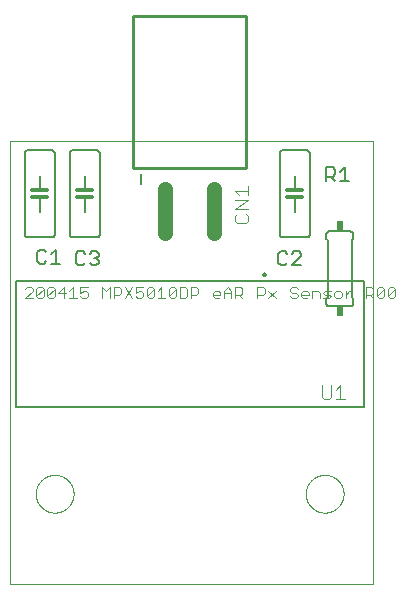
<source format=gto>
G75*
%MOIN*%
%OFA0B0*%
%FSLAX25Y25*%
%IPPOS*%
%LPD*%
%AMOC8*
5,1,8,0,0,1.08239X$1,22.5*
%
%ADD10C,0.00000*%
%ADD11C,0.00300*%
%ADD12C,0.01200*%
%ADD13C,0.00600*%
%ADD14C,0.00500*%
%ADD15C,0.05000*%
%ADD16C,0.01000*%
%ADD17C,0.00400*%
%ADD18C,0.00787*%
%ADD19R,0.02400X0.03400*%
D10*
X0003531Y0001800D02*
X0003531Y0149261D01*
X0124732Y0149261D01*
X0124732Y0001800D01*
X0003531Y0001800D01*
X0012232Y0031800D02*
X0012234Y0031958D01*
X0012240Y0032116D01*
X0012250Y0032274D01*
X0012264Y0032432D01*
X0012282Y0032589D01*
X0012303Y0032746D01*
X0012329Y0032902D01*
X0012359Y0033058D01*
X0012392Y0033213D01*
X0012430Y0033366D01*
X0012471Y0033519D01*
X0012516Y0033671D01*
X0012565Y0033822D01*
X0012618Y0033971D01*
X0012674Y0034119D01*
X0012734Y0034265D01*
X0012798Y0034410D01*
X0012866Y0034553D01*
X0012937Y0034695D01*
X0013011Y0034835D01*
X0013089Y0034972D01*
X0013171Y0035108D01*
X0013255Y0035242D01*
X0013344Y0035373D01*
X0013435Y0035502D01*
X0013530Y0035629D01*
X0013627Y0035754D01*
X0013728Y0035876D01*
X0013832Y0035995D01*
X0013939Y0036112D01*
X0014049Y0036226D01*
X0014162Y0036337D01*
X0014277Y0036446D01*
X0014395Y0036551D01*
X0014516Y0036653D01*
X0014639Y0036753D01*
X0014765Y0036849D01*
X0014893Y0036942D01*
X0015023Y0037032D01*
X0015156Y0037118D01*
X0015291Y0037202D01*
X0015427Y0037281D01*
X0015566Y0037358D01*
X0015707Y0037430D01*
X0015849Y0037500D01*
X0015993Y0037565D01*
X0016139Y0037627D01*
X0016286Y0037685D01*
X0016435Y0037740D01*
X0016585Y0037791D01*
X0016736Y0037838D01*
X0016888Y0037881D01*
X0017041Y0037920D01*
X0017196Y0037956D01*
X0017351Y0037987D01*
X0017507Y0038015D01*
X0017663Y0038039D01*
X0017820Y0038059D01*
X0017978Y0038075D01*
X0018135Y0038087D01*
X0018294Y0038095D01*
X0018452Y0038099D01*
X0018610Y0038099D01*
X0018768Y0038095D01*
X0018927Y0038087D01*
X0019084Y0038075D01*
X0019242Y0038059D01*
X0019399Y0038039D01*
X0019555Y0038015D01*
X0019711Y0037987D01*
X0019866Y0037956D01*
X0020021Y0037920D01*
X0020174Y0037881D01*
X0020326Y0037838D01*
X0020477Y0037791D01*
X0020627Y0037740D01*
X0020776Y0037685D01*
X0020923Y0037627D01*
X0021069Y0037565D01*
X0021213Y0037500D01*
X0021355Y0037430D01*
X0021496Y0037358D01*
X0021635Y0037281D01*
X0021771Y0037202D01*
X0021906Y0037118D01*
X0022039Y0037032D01*
X0022169Y0036942D01*
X0022297Y0036849D01*
X0022423Y0036753D01*
X0022546Y0036653D01*
X0022667Y0036551D01*
X0022785Y0036446D01*
X0022900Y0036337D01*
X0023013Y0036226D01*
X0023123Y0036112D01*
X0023230Y0035995D01*
X0023334Y0035876D01*
X0023435Y0035754D01*
X0023532Y0035629D01*
X0023627Y0035502D01*
X0023718Y0035373D01*
X0023807Y0035242D01*
X0023891Y0035108D01*
X0023973Y0034972D01*
X0024051Y0034835D01*
X0024125Y0034695D01*
X0024196Y0034553D01*
X0024264Y0034410D01*
X0024328Y0034265D01*
X0024388Y0034119D01*
X0024444Y0033971D01*
X0024497Y0033822D01*
X0024546Y0033671D01*
X0024591Y0033519D01*
X0024632Y0033366D01*
X0024670Y0033213D01*
X0024703Y0033058D01*
X0024733Y0032902D01*
X0024759Y0032746D01*
X0024780Y0032589D01*
X0024798Y0032432D01*
X0024812Y0032274D01*
X0024822Y0032116D01*
X0024828Y0031958D01*
X0024830Y0031800D01*
X0024828Y0031642D01*
X0024822Y0031484D01*
X0024812Y0031326D01*
X0024798Y0031168D01*
X0024780Y0031011D01*
X0024759Y0030854D01*
X0024733Y0030698D01*
X0024703Y0030542D01*
X0024670Y0030387D01*
X0024632Y0030234D01*
X0024591Y0030081D01*
X0024546Y0029929D01*
X0024497Y0029778D01*
X0024444Y0029629D01*
X0024388Y0029481D01*
X0024328Y0029335D01*
X0024264Y0029190D01*
X0024196Y0029047D01*
X0024125Y0028905D01*
X0024051Y0028765D01*
X0023973Y0028628D01*
X0023891Y0028492D01*
X0023807Y0028358D01*
X0023718Y0028227D01*
X0023627Y0028098D01*
X0023532Y0027971D01*
X0023435Y0027846D01*
X0023334Y0027724D01*
X0023230Y0027605D01*
X0023123Y0027488D01*
X0023013Y0027374D01*
X0022900Y0027263D01*
X0022785Y0027154D01*
X0022667Y0027049D01*
X0022546Y0026947D01*
X0022423Y0026847D01*
X0022297Y0026751D01*
X0022169Y0026658D01*
X0022039Y0026568D01*
X0021906Y0026482D01*
X0021771Y0026398D01*
X0021635Y0026319D01*
X0021496Y0026242D01*
X0021355Y0026170D01*
X0021213Y0026100D01*
X0021069Y0026035D01*
X0020923Y0025973D01*
X0020776Y0025915D01*
X0020627Y0025860D01*
X0020477Y0025809D01*
X0020326Y0025762D01*
X0020174Y0025719D01*
X0020021Y0025680D01*
X0019866Y0025644D01*
X0019711Y0025613D01*
X0019555Y0025585D01*
X0019399Y0025561D01*
X0019242Y0025541D01*
X0019084Y0025525D01*
X0018927Y0025513D01*
X0018768Y0025505D01*
X0018610Y0025501D01*
X0018452Y0025501D01*
X0018294Y0025505D01*
X0018135Y0025513D01*
X0017978Y0025525D01*
X0017820Y0025541D01*
X0017663Y0025561D01*
X0017507Y0025585D01*
X0017351Y0025613D01*
X0017196Y0025644D01*
X0017041Y0025680D01*
X0016888Y0025719D01*
X0016736Y0025762D01*
X0016585Y0025809D01*
X0016435Y0025860D01*
X0016286Y0025915D01*
X0016139Y0025973D01*
X0015993Y0026035D01*
X0015849Y0026100D01*
X0015707Y0026170D01*
X0015566Y0026242D01*
X0015427Y0026319D01*
X0015291Y0026398D01*
X0015156Y0026482D01*
X0015023Y0026568D01*
X0014893Y0026658D01*
X0014765Y0026751D01*
X0014639Y0026847D01*
X0014516Y0026947D01*
X0014395Y0027049D01*
X0014277Y0027154D01*
X0014162Y0027263D01*
X0014049Y0027374D01*
X0013939Y0027488D01*
X0013832Y0027605D01*
X0013728Y0027724D01*
X0013627Y0027846D01*
X0013530Y0027971D01*
X0013435Y0028098D01*
X0013344Y0028227D01*
X0013255Y0028358D01*
X0013171Y0028492D01*
X0013089Y0028628D01*
X0013011Y0028765D01*
X0012937Y0028905D01*
X0012866Y0029047D01*
X0012798Y0029190D01*
X0012734Y0029335D01*
X0012674Y0029481D01*
X0012618Y0029629D01*
X0012565Y0029778D01*
X0012516Y0029929D01*
X0012471Y0030081D01*
X0012430Y0030234D01*
X0012392Y0030387D01*
X0012359Y0030542D01*
X0012329Y0030698D01*
X0012303Y0030854D01*
X0012282Y0031011D01*
X0012264Y0031168D01*
X0012250Y0031326D01*
X0012240Y0031484D01*
X0012234Y0031642D01*
X0012232Y0031800D01*
X0102232Y0031800D02*
X0102234Y0031958D01*
X0102240Y0032116D01*
X0102250Y0032274D01*
X0102264Y0032432D01*
X0102282Y0032589D01*
X0102303Y0032746D01*
X0102329Y0032902D01*
X0102359Y0033058D01*
X0102392Y0033213D01*
X0102430Y0033366D01*
X0102471Y0033519D01*
X0102516Y0033671D01*
X0102565Y0033822D01*
X0102618Y0033971D01*
X0102674Y0034119D01*
X0102734Y0034265D01*
X0102798Y0034410D01*
X0102866Y0034553D01*
X0102937Y0034695D01*
X0103011Y0034835D01*
X0103089Y0034972D01*
X0103171Y0035108D01*
X0103255Y0035242D01*
X0103344Y0035373D01*
X0103435Y0035502D01*
X0103530Y0035629D01*
X0103627Y0035754D01*
X0103728Y0035876D01*
X0103832Y0035995D01*
X0103939Y0036112D01*
X0104049Y0036226D01*
X0104162Y0036337D01*
X0104277Y0036446D01*
X0104395Y0036551D01*
X0104516Y0036653D01*
X0104639Y0036753D01*
X0104765Y0036849D01*
X0104893Y0036942D01*
X0105023Y0037032D01*
X0105156Y0037118D01*
X0105291Y0037202D01*
X0105427Y0037281D01*
X0105566Y0037358D01*
X0105707Y0037430D01*
X0105849Y0037500D01*
X0105993Y0037565D01*
X0106139Y0037627D01*
X0106286Y0037685D01*
X0106435Y0037740D01*
X0106585Y0037791D01*
X0106736Y0037838D01*
X0106888Y0037881D01*
X0107041Y0037920D01*
X0107196Y0037956D01*
X0107351Y0037987D01*
X0107507Y0038015D01*
X0107663Y0038039D01*
X0107820Y0038059D01*
X0107978Y0038075D01*
X0108135Y0038087D01*
X0108294Y0038095D01*
X0108452Y0038099D01*
X0108610Y0038099D01*
X0108768Y0038095D01*
X0108927Y0038087D01*
X0109084Y0038075D01*
X0109242Y0038059D01*
X0109399Y0038039D01*
X0109555Y0038015D01*
X0109711Y0037987D01*
X0109866Y0037956D01*
X0110021Y0037920D01*
X0110174Y0037881D01*
X0110326Y0037838D01*
X0110477Y0037791D01*
X0110627Y0037740D01*
X0110776Y0037685D01*
X0110923Y0037627D01*
X0111069Y0037565D01*
X0111213Y0037500D01*
X0111355Y0037430D01*
X0111496Y0037358D01*
X0111635Y0037281D01*
X0111771Y0037202D01*
X0111906Y0037118D01*
X0112039Y0037032D01*
X0112169Y0036942D01*
X0112297Y0036849D01*
X0112423Y0036753D01*
X0112546Y0036653D01*
X0112667Y0036551D01*
X0112785Y0036446D01*
X0112900Y0036337D01*
X0113013Y0036226D01*
X0113123Y0036112D01*
X0113230Y0035995D01*
X0113334Y0035876D01*
X0113435Y0035754D01*
X0113532Y0035629D01*
X0113627Y0035502D01*
X0113718Y0035373D01*
X0113807Y0035242D01*
X0113891Y0035108D01*
X0113973Y0034972D01*
X0114051Y0034835D01*
X0114125Y0034695D01*
X0114196Y0034553D01*
X0114264Y0034410D01*
X0114328Y0034265D01*
X0114388Y0034119D01*
X0114444Y0033971D01*
X0114497Y0033822D01*
X0114546Y0033671D01*
X0114591Y0033519D01*
X0114632Y0033366D01*
X0114670Y0033213D01*
X0114703Y0033058D01*
X0114733Y0032902D01*
X0114759Y0032746D01*
X0114780Y0032589D01*
X0114798Y0032432D01*
X0114812Y0032274D01*
X0114822Y0032116D01*
X0114828Y0031958D01*
X0114830Y0031800D01*
X0114828Y0031642D01*
X0114822Y0031484D01*
X0114812Y0031326D01*
X0114798Y0031168D01*
X0114780Y0031011D01*
X0114759Y0030854D01*
X0114733Y0030698D01*
X0114703Y0030542D01*
X0114670Y0030387D01*
X0114632Y0030234D01*
X0114591Y0030081D01*
X0114546Y0029929D01*
X0114497Y0029778D01*
X0114444Y0029629D01*
X0114388Y0029481D01*
X0114328Y0029335D01*
X0114264Y0029190D01*
X0114196Y0029047D01*
X0114125Y0028905D01*
X0114051Y0028765D01*
X0113973Y0028628D01*
X0113891Y0028492D01*
X0113807Y0028358D01*
X0113718Y0028227D01*
X0113627Y0028098D01*
X0113532Y0027971D01*
X0113435Y0027846D01*
X0113334Y0027724D01*
X0113230Y0027605D01*
X0113123Y0027488D01*
X0113013Y0027374D01*
X0112900Y0027263D01*
X0112785Y0027154D01*
X0112667Y0027049D01*
X0112546Y0026947D01*
X0112423Y0026847D01*
X0112297Y0026751D01*
X0112169Y0026658D01*
X0112039Y0026568D01*
X0111906Y0026482D01*
X0111771Y0026398D01*
X0111635Y0026319D01*
X0111496Y0026242D01*
X0111355Y0026170D01*
X0111213Y0026100D01*
X0111069Y0026035D01*
X0110923Y0025973D01*
X0110776Y0025915D01*
X0110627Y0025860D01*
X0110477Y0025809D01*
X0110326Y0025762D01*
X0110174Y0025719D01*
X0110021Y0025680D01*
X0109866Y0025644D01*
X0109711Y0025613D01*
X0109555Y0025585D01*
X0109399Y0025561D01*
X0109242Y0025541D01*
X0109084Y0025525D01*
X0108927Y0025513D01*
X0108768Y0025505D01*
X0108610Y0025501D01*
X0108452Y0025501D01*
X0108294Y0025505D01*
X0108135Y0025513D01*
X0107978Y0025525D01*
X0107820Y0025541D01*
X0107663Y0025561D01*
X0107507Y0025585D01*
X0107351Y0025613D01*
X0107196Y0025644D01*
X0107041Y0025680D01*
X0106888Y0025719D01*
X0106736Y0025762D01*
X0106585Y0025809D01*
X0106435Y0025860D01*
X0106286Y0025915D01*
X0106139Y0025973D01*
X0105993Y0026035D01*
X0105849Y0026100D01*
X0105707Y0026170D01*
X0105566Y0026242D01*
X0105427Y0026319D01*
X0105291Y0026398D01*
X0105156Y0026482D01*
X0105023Y0026568D01*
X0104893Y0026658D01*
X0104765Y0026751D01*
X0104639Y0026847D01*
X0104516Y0026947D01*
X0104395Y0027049D01*
X0104277Y0027154D01*
X0104162Y0027263D01*
X0104049Y0027374D01*
X0103939Y0027488D01*
X0103832Y0027605D01*
X0103728Y0027724D01*
X0103627Y0027846D01*
X0103530Y0027971D01*
X0103435Y0028098D01*
X0103344Y0028227D01*
X0103255Y0028358D01*
X0103171Y0028492D01*
X0103089Y0028628D01*
X0103011Y0028765D01*
X0102937Y0028905D01*
X0102866Y0029047D01*
X0102798Y0029190D01*
X0102734Y0029335D01*
X0102674Y0029481D01*
X0102618Y0029629D01*
X0102565Y0029778D01*
X0102516Y0029929D01*
X0102471Y0030081D01*
X0102430Y0030234D01*
X0102392Y0030387D01*
X0102359Y0030542D01*
X0102329Y0030698D01*
X0102303Y0030854D01*
X0102282Y0031011D01*
X0102264Y0031168D01*
X0102250Y0031326D01*
X0102240Y0031484D01*
X0102234Y0031642D01*
X0102232Y0031800D01*
D11*
X0102611Y0096950D02*
X0101377Y0096950D01*
X0100760Y0097567D01*
X0100760Y0098802D01*
X0101377Y0099419D01*
X0102611Y0099419D01*
X0103229Y0098802D01*
X0103229Y0098184D01*
X0100760Y0098184D01*
X0099545Y0098184D02*
X0098928Y0098802D01*
X0097694Y0098802D01*
X0097077Y0099419D01*
X0097077Y0100036D01*
X0097694Y0100653D01*
X0098928Y0100653D01*
X0099545Y0100036D01*
X0099545Y0098184D02*
X0099545Y0097567D01*
X0098928Y0096950D01*
X0097694Y0096950D01*
X0097077Y0097567D01*
X0092179Y0096950D02*
X0089710Y0099419D01*
X0088496Y0100036D02*
X0088496Y0098802D01*
X0087879Y0098184D01*
X0086027Y0098184D01*
X0086027Y0096950D02*
X0086027Y0100653D01*
X0087879Y0100653D01*
X0088496Y0100036D01*
X0089710Y0096950D02*
X0092179Y0099419D01*
X0081130Y0100036D02*
X0081130Y0098802D01*
X0080513Y0098184D01*
X0078661Y0098184D01*
X0078661Y0096950D02*
X0078661Y0100653D01*
X0080513Y0100653D01*
X0081130Y0100036D01*
X0079895Y0098184D02*
X0081130Y0096950D01*
X0077447Y0096950D02*
X0077447Y0099419D01*
X0076212Y0100653D01*
X0074978Y0099419D01*
X0074978Y0096950D01*
X0073763Y0098184D02*
X0073763Y0098802D01*
X0073146Y0099419D01*
X0071912Y0099419D01*
X0071295Y0098802D01*
X0071295Y0097567D01*
X0071912Y0096950D01*
X0073146Y0096950D01*
X0073763Y0098184D02*
X0071295Y0098184D01*
X0074978Y0098802D02*
X0077447Y0098802D01*
X0066397Y0098802D02*
X0065780Y0098184D01*
X0063928Y0098184D01*
X0063928Y0096950D02*
X0063928Y0100653D01*
X0065780Y0100653D01*
X0066397Y0100036D01*
X0066397Y0098802D01*
X0062714Y0097567D02*
X0062714Y0100036D01*
X0062097Y0100653D01*
X0060245Y0100653D01*
X0060245Y0096950D01*
X0062097Y0096950D01*
X0062714Y0097567D01*
X0059031Y0097567D02*
X0058414Y0096950D01*
X0057179Y0096950D01*
X0056562Y0097567D01*
X0059031Y0100036D01*
X0059031Y0097567D01*
X0059031Y0100036D02*
X0058414Y0100653D01*
X0057179Y0100653D01*
X0056562Y0100036D01*
X0056562Y0097567D01*
X0055348Y0096950D02*
X0052879Y0096950D01*
X0054113Y0096950D02*
X0054113Y0100653D01*
X0052879Y0099419D01*
X0051665Y0100036D02*
X0051665Y0097567D01*
X0051047Y0096950D01*
X0049813Y0096950D01*
X0049196Y0097567D01*
X0051665Y0100036D01*
X0051047Y0100653D01*
X0049813Y0100653D01*
X0049196Y0100036D01*
X0049196Y0097567D01*
X0047981Y0097567D02*
X0047981Y0098802D01*
X0047364Y0099419D01*
X0046747Y0099419D01*
X0045513Y0098802D01*
X0045513Y0100653D01*
X0047981Y0100653D01*
X0047981Y0097567D02*
X0047364Y0096950D01*
X0046130Y0096950D01*
X0045513Y0097567D01*
X0044298Y0096950D02*
X0041830Y0100653D01*
X0040615Y0100036D02*
X0040615Y0098802D01*
X0039998Y0098184D01*
X0038146Y0098184D01*
X0038146Y0096950D02*
X0038146Y0100653D01*
X0039998Y0100653D01*
X0040615Y0100036D01*
X0041830Y0096950D02*
X0044298Y0100653D01*
X0036932Y0100653D02*
X0036932Y0096950D01*
X0035698Y0099419D02*
X0036932Y0100653D01*
X0035698Y0099419D02*
X0034463Y0100653D01*
X0034463Y0096950D01*
X0029566Y0097567D02*
X0028948Y0096950D01*
X0027714Y0096950D01*
X0027097Y0097567D01*
X0027097Y0098802D02*
X0028331Y0099419D01*
X0028948Y0099419D01*
X0029566Y0098802D01*
X0029566Y0097567D01*
X0027097Y0098802D02*
X0027097Y0100653D01*
X0029566Y0100653D01*
X0025883Y0096950D02*
X0023414Y0096950D01*
X0024648Y0096950D02*
X0024648Y0100653D01*
X0023414Y0099419D01*
X0022199Y0098802D02*
X0019731Y0098802D01*
X0021582Y0100653D01*
X0021582Y0096950D01*
X0018516Y0097567D02*
X0017899Y0096950D01*
X0016665Y0096950D01*
X0016047Y0097567D01*
X0018516Y0100036D01*
X0018516Y0097567D01*
X0018516Y0100036D02*
X0017899Y0100653D01*
X0016665Y0100653D01*
X0016047Y0100036D01*
X0016047Y0097567D01*
X0014833Y0097567D02*
X0014833Y0100036D01*
X0012364Y0097567D01*
X0012982Y0096950D01*
X0014216Y0096950D01*
X0014833Y0097567D01*
X0012364Y0097567D02*
X0012364Y0100036D01*
X0012982Y0100653D01*
X0014216Y0100653D01*
X0014833Y0100036D01*
X0011150Y0100036D02*
X0010533Y0100653D01*
X0009298Y0100653D01*
X0008681Y0100036D01*
X0011150Y0099419D02*
X0008681Y0096950D01*
X0011150Y0096950D01*
X0011150Y0099419D02*
X0011150Y0100036D01*
X0104443Y0099419D02*
X0104443Y0096950D01*
X0106912Y0096950D02*
X0106912Y0098802D01*
X0106295Y0099419D01*
X0104443Y0099419D01*
X0108126Y0098802D02*
X0108743Y0099419D01*
X0110595Y0099419D01*
X0111809Y0098802D02*
X0111809Y0097567D01*
X0112426Y0096950D01*
X0113661Y0096950D01*
X0114278Y0097567D01*
X0114278Y0098802D01*
X0113661Y0099419D01*
X0112426Y0099419D01*
X0111809Y0098802D01*
X0110595Y0097567D02*
X0109978Y0098184D01*
X0108743Y0098184D01*
X0108126Y0098802D01*
X0108126Y0096950D02*
X0109978Y0096950D01*
X0110595Y0097567D01*
X0115492Y0096950D02*
X0115492Y0099419D01*
X0115492Y0098184D02*
X0116727Y0099419D01*
X0117344Y0099419D01*
X0122245Y0100653D02*
X0122245Y0096950D01*
X0122245Y0098184D02*
X0124096Y0098184D01*
X0124714Y0098802D01*
X0124714Y0100036D01*
X0124096Y0100653D01*
X0122245Y0100653D01*
X0123479Y0098184D02*
X0124714Y0096950D01*
X0125928Y0097567D02*
X0128397Y0100036D01*
X0128397Y0097567D01*
X0127780Y0096950D01*
X0126545Y0096950D01*
X0125928Y0097567D01*
X0125928Y0100036D01*
X0126545Y0100653D01*
X0127780Y0100653D01*
X0128397Y0100036D01*
X0129611Y0100036D02*
X0129611Y0097567D01*
X0132080Y0100036D01*
X0132080Y0097567D01*
X0131463Y0096950D01*
X0130228Y0096950D01*
X0129611Y0097567D01*
X0129611Y0100036D02*
X0130228Y0100653D01*
X0131463Y0100653D01*
X0132080Y0100036D01*
D12*
X0101031Y0130600D02*
X0098531Y0130600D01*
X0096031Y0130600D01*
X0096031Y0133100D02*
X0098531Y0133100D01*
X0101031Y0133100D01*
X0031031Y0133100D02*
X0028531Y0133100D01*
X0026031Y0133100D01*
X0026031Y0130600D02*
X0028531Y0130600D01*
X0031031Y0130600D01*
X0016031Y0130600D02*
X0013531Y0130600D01*
X0011031Y0130600D01*
X0011031Y0133100D02*
X0013531Y0133100D01*
X0016031Y0133100D01*
D13*
X0013531Y0133100D02*
X0013531Y0137800D01*
X0013531Y0130600D02*
X0013531Y0125800D01*
X0008531Y0118300D02*
X0008533Y0118240D01*
X0008538Y0118179D01*
X0008547Y0118120D01*
X0008560Y0118061D01*
X0008576Y0118002D01*
X0008596Y0117945D01*
X0008619Y0117890D01*
X0008646Y0117835D01*
X0008675Y0117783D01*
X0008708Y0117732D01*
X0008744Y0117683D01*
X0008782Y0117637D01*
X0008824Y0117593D01*
X0008868Y0117551D01*
X0008914Y0117513D01*
X0008963Y0117477D01*
X0009014Y0117444D01*
X0009066Y0117415D01*
X0009121Y0117388D01*
X0009176Y0117365D01*
X0009233Y0117345D01*
X0009292Y0117329D01*
X0009351Y0117316D01*
X0009410Y0117307D01*
X0009471Y0117302D01*
X0009531Y0117300D01*
X0017531Y0117300D01*
X0017591Y0117302D01*
X0017652Y0117307D01*
X0017711Y0117316D01*
X0017770Y0117329D01*
X0017829Y0117345D01*
X0017886Y0117365D01*
X0017941Y0117388D01*
X0017996Y0117415D01*
X0018048Y0117444D01*
X0018099Y0117477D01*
X0018148Y0117513D01*
X0018194Y0117551D01*
X0018238Y0117593D01*
X0018280Y0117637D01*
X0018318Y0117683D01*
X0018354Y0117732D01*
X0018387Y0117783D01*
X0018416Y0117835D01*
X0018443Y0117890D01*
X0018466Y0117945D01*
X0018486Y0118002D01*
X0018502Y0118061D01*
X0018515Y0118120D01*
X0018524Y0118179D01*
X0018529Y0118240D01*
X0018531Y0118300D01*
X0018531Y0145300D01*
X0018529Y0145360D01*
X0018524Y0145421D01*
X0018515Y0145480D01*
X0018502Y0145539D01*
X0018486Y0145598D01*
X0018466Y0145655D01*
X0018443Y0145710D01*
X0018416Y0145765D01*
X0018387Y0145817D01*
X0018354Y0145868D01*
X0018318Y0145917D01*
X0018280Y0145963D01*
X0018238Y0146007D01*
X0018194Y0146049D01*
X0018148Y0146087D01*
X0018099Y0146123D01*
X0018048Y0146156D01*
X0017996Y0146185D01*
X0017941Y0146212D01*
X0017886Y0146235D01*
X0017829Y0146255D01*
X0017770Y0146271D01*
X0017711Y0146284D01*
X0017652Y0146293D01*
X0017591Y0146298D01*
X0017531Y0146300D01*
X0009531Y0146300D01*
X0009471Y0146298D01*
X0009410Y0146293D01*
X0009351Y0146284D01*
X0009292Y0146271D01*
X0009233Y0146255D01*
X0009176Y0146235D01*
X0009121Y0146212D01*
X0009066Y0146185D01*
X0009014Y0146156D01*
X0008963Y0146123D01*
X0008914Y0146087D01*
X0008868Y0146049D01*
X0008824Y0146007D01*
X0008782Y0145963D01*
X0008744Y0145917D01*
X0008708Y0145868D01*
X0008675Y0145817D01*
X0008646Y0145765D01*
X0008619Y0145710D01*
X0008596Y0145655D01*
X0008576Y0145598D01*
X0008560Y0145539D01*
X0008547Y0145480D01*
X0008538Y0145421D01*
X0008533Y0145360D01*
X0008531Y0145300D01*
X0008531Y0118300D01*
X0023531Y0118300D02*
X0023531Y0145300D01*
X0023533Y0145360D01*
X0023538Y0145421D01*
X0023547Y0145480D01*
X0023560Y0145539D01*
X0023576Y0145598D01*
X0023596Y0145655D01*
X0023619Y0145710D01*
X0023646Y0145765D01*
X0023675Y0145817D01*
X0023708Y0145868D01*
X0023744Y0145917D01*
X0023782Y0145963D01*
X0023824Y0146007D01*
X0023868Y0146049D01*
X0023914Y0146087D01*
X0023963Y0146123D01*
X0024014Y0146156D01*
X0024066Y0146185D01*
X0024121Y0146212D01*
X0024176Y0146235D01*
X0024233Y0146255D01*
X0024292Y0146271D01*
X0024351Y0146284D01*
X0024410Y0146293D01*
X0024471Y0146298D01*
X0024531Y0146300D01*
X0032531Y0146300D01*
X0032591Y0146298D01*
X0032652Y0146293D01*
X0032711Y0146284D01*
X0032770Y0146271D01*
X0032829Y0146255D01*
X0032886Y0146235D01*
X0032941Y0146212D01*
X0032996Y0146185D01*
X0033048Y0146156D01*
X0033099Y0146123D01*
X0033148Y0146087D01*
X0033194Y0146049D01*
X0033238Y0146007D01*
X0033280Y0145963D01*
X0033318Y0145917D01*
X0033354Y0145868D01*
X0033387Y0145817D01*
X0033416Y0145765D01*
X0033443Y0145710D01*
X0033466Y0145655D01*
X0033486Y0145598D01*
X0033502Y0145539D01*
X0033515Y0145480D01*
X0033524Y0145421D01*
X0033529Y0145360D01*
X0033531Y0145300D01*
X0033531Y0118300D01*
X0033529Y0118240D01*
X0033524Y0118179D01*
X0033515Y0118120D01*
X0033502Y0118061D01*
X0033486Y0118002D01*
X0033466Y0117945D01*
X0033443Y0117890D01*
X0033416Y0117835D01*
X0033387Y0117783D01*
X0033354Y0117732D01*
X0033318Y0117683D01*
X0033280Y0117637D01*
X0033238Y0117593D01*
X0033194Y0117551D01*
X0033148Y0117513D01*
X0033099Y0117477D01*
X0033048Y0117444D01*
X0032996Y0117415D01*
X0032941Y0117388D01*
X0032886Y0117365D01*
X0032829Y0117345D01*
X0032770Y0117329D01*
X0032711Y0117316D01*
X0032652Y0117307D01*
X0032591Y0117302D01*
X0032531Y0117300D01*
X0024531Y0117300D01*
X0024471Y0117302D01*
X0024410Y0117307D01*
X0024351Y0117316D01*
X0024292Y0117329D01*
X0024233Y0117345D01*
X0024176Y0117365D01*
X0024121Y0117388D01*
X0024066Y0117415D01*
X0024014Y0117444D01*
X0023963Y0117477D01*
X0023914Y0117513D01*
X0023868Y0117551D01*
X0023824Y0117593D01*
X0023782Y0117637D01*
X0023744Y0117683D01*
X0023708Y0117732D01*
X0023675Y0117783D01*
X0023646Y0117835D01*
X0023619Y0117890D01*
X0023596Y0117945D01*
X0023576Y0118002D01*
X0023560Y0118061D01*
X0023547Y0118120D01*
X0023538Y0118179D01*
X0023533Y0118240D01*
X0023531Y0118300D01*
X0028531Y0125800D02*
X0028531Y0130600D01*
X0028531Y0133100D02*
X0028531Y0137800D01*
X0093531Y0145300D02*
X0093531Y0118300D01*
X0093533Y0118240D01*
X0093538Y0118179D01*
X0093547Y0118120D01*
X0093560Y0118061D01*
X0093576Y0118002D01*
X0093596Y0117945D01*
X0093619Y0117890D01*
X0093646Y0117835D01*
X0093675Y0117783D01*
X0093708Y0117732D01*
X0093744Y0117683D01*
X0093782Y0117637D01*
X0093824Y0117593D01*
X0093868Y0117551D01*
X0093914Y0117513D01*
X0093963Y0117477D01*
X0094014Y0117444D01*
X0094066Y0117415D01*
X0094121Y0117388D01*
X0094176Y0117365D01*
X0094233Y0117345D01*
X0094292Y0117329D01*
X0094351Y0117316D01*
X0094410Y0117307D01*
X0094471Y0117302D01*
X0094531Y0117300D01*
X0102531Y0117300D01*
X0102591Y0117302D01*
X0102652Y0117307D01*
X0102711Y0117316D01*
X0102770Y0117329D01*
X0102829Y0117345D01*
X0102886Y0117365D01*
X0102941Y0117388D01*
X0102996Y0117415D01*
X0103048Y0117444D01*
X0103099Y0117477D01*
X0103148Y0117513D01*
X0103194Y0117551D01*
X0103238Y0117593D01*
X0103280Y0117637D01*
X0103318Y0117683D01*
X0103354Y0117732D01*
X0103387Y0117783D01*
X0103416Y0117835D01*
X0103443Y0117890D01*
X0103466Y0117945D01*
X0103486Y0118002D01*
X0103502Y0118061D01*
X0103515Y0118120D01*
X0103524Y0118179D01*
X0103529Y0118240D01*
X0103531Y0118300D01*
X0103531Y0145300D01*
X0103529Y0145360D01*
X0103524Y0145421D01*
X0103515Y0145480D01*
X0103502Y0145539D01*
X0103486Y0145598D01*
X0103466Y0145655D01*
X0103443Y0145710D01*
X0103416Y0145765D01*
X0103387Y0145817D01*
X0103354Y0145868D01*
X0103318Y0145917D01*
X0103280Y0145963D01*
X0103238Y0146007D01*
X0103194Y0146049D01*
X0103148Y0146087D01*
X0103099Y0146123D01*
X0103048Y0146156D01*
X0102996Y0146185D01*
X0102941Y0146212D01*
X0102886Y0146235D01*
X0102829Y0146255D01*
X0102770Y0146271D01*
X0102711Y0146284D01*
X0102652Y0146293D01*
X0102591Y0146298D01*
X0102531Y0146300D01*
X0094531Y0146300D01*
X0094471Y0146298D01*
X0094410Y0146293D01*
X0094351Y0146284D01*
X0094292Y0146271D01*
X0094233Y0146255D01*
X0094176Y0146235D01*
X0094121Y0146212D01*
X0094066Y0146185D01*
X0094014Y0146156D01*
X0093963Y0146123D01*
X0093914Y0146087D01*
X0093868Y0146049D01*
X0093824Y0146007D01*
X0093782Y0145963D01*
X0093744Y0145917D01*
X0093708Y0145868D01*
X0093675Y0145817D01*
X0093646Y0145765D01*
X0093619Y0145710D01*
X0093596Y0145655D01*
X0093576Y0145598D01*
X0093560Y0145539D01*
X0093547Y0145480D01*
X0093538Y0145421D01*
X0093533Y0145360D01*
X0093531Y0145300D01*
X0098531Y0137800D02*
X0098531Y0133100D01*
X0098531Y0130600D02*
X0098531Y0125800D01*
X0109031Y0118300D02*
X0109031Y0116800D01*
X0109531Y0116300D01*
X0109531Y0097300D01*
X0109031Y0096800D01*
X0109031Y0095300D01*
X0109033Y0095240D01*
X0109038Y0095179D01*
X0109047Y0095120D01*
X0109060Y0095061D01*
X0109076Y0095002D01*
X0109096Y0094945D01*
X0109119Y0094890D01*
X0109146Y0094835D01*
X0109175Y0094783D01*
X0109208Y0094732D01*
X0109244Y0094683D01*
X0109282Y0094637D01*
X0109324Y0094593D01*
X0109368Y0094551D01*
X0109414Y0094513D01*
X0109463Y0094477D01*
X0109514Y0094444D01*
X0109566Y0094415D01*
X0109621Y0094388D01*
X0109676Y0094365D01*
X0109733Y0094345D01*
X0109792Y0094329D01*
X0109851Y0094316D01*
X0109910Y0094307D01*
X0109971Y0094302D01*
X0110031Y0094300D01*
X0117031Y0094300D01*
X0117091Y0094302D01*
X0117152Y0094307D01*
X0117211Y0094316D01*
X0117270Y0094329D01*
X0117329Y0094345D01*
X0117386Y0094365D01*
X0117441Y0094388D01*
X0117496Y0094415D01*
X0117548Y0094444D01*
X0117599Y0094477D01*
X0117648Y0094513D01*
X0117694Y0094551D01*
X0117738Y0094593D01*
X0117780Y0094637D01*
X0117818Y0094683D01*
X0117854Y0094732D01*
X0117887Y0094783D01*
X0117916Y0094835D01*
X0117943Y0094890D01*
X0117966Y0094945D01*
X0117986Y0095002D01*
X0118002Y0095061D01*
X0118015Y0095120D01*
X0118024Y0095179D01*
X0118029Y0095240D01*
X0118031Y0095300D01*
X0118031Y0096800D01*
X0117531Y0097300D01*
X0117531Y0116300D01*
X0118031Y0116800D01*
X0118031Y0118300D01*
X0118029Y0118360D01*
X0118024Y0118421D01*
X0118015Y0118480D01*
X0118002Y0118539D01*
X0117986Y0118598D01*
X0117966Y0118655D01*
X0117943Y0118710D01*
X0117916Y0118765D01*
X0117887Y0118817D01*
X0117854Y0118868D01*
X0117818Y0118917D01*
X0117780Y0118963D01*
X0117738Y0119007D01*
X0117694Y0119049D01*
X0117648Y0119087D01*
X0117599Y0119123D01*
X0117548Y0119156D01*
X0117496Y0119185D01*
X0117441Y0119212D01*
X0117386Y0119235D01*
X0117329Y0119255D01*
X0117270Y0119271D01*
X0117211Y0119284D01*
X0117152Y0119293D01*
X0117091Y0119298D01*
X0117031Y0119300D01*
X0110031Y0119300D01*
X0109971Y0119298D01*
X0109910Y0119293D01*
X0109851Y0119284D01*
X0109792Y0119271D01*
X0109733Y0119255D01*
X0109676Y0119235D01*
X0109621Y0119212D01*
X0109566Y0119185D01*
X0109514Y0119156D01*
X0109463Y0119123D01*
X0109414Y0119087D01*
X0109368Y0119049D01*
X0109324Y0119007D01*
X0109282Y0118963D01*
X0109244Y0118917D01*
X0109208Y0118868D01*
X0109175Y0118817D01*
X0109146Y0118765D01*
X0109119Y0118710D01*
X0109096Y0118655D01*
X0109076Y0118598D01*
X0109060Y0118539D01*
X0109047Y0118480D01*
X0109038Y0118421D01*
X0109033Y0118360D01*
X0109031Y0118300D01*
D14*
X0100680Y0111803D02*
X0100680Y0111053D01*
X0097677Y0108050D01*
X0100680Y0108050D01*
X0100680Y0111803D02*
X0099929Y0112554D01*
X0098428Y0112554D01*
X0097677Y0111803D01*
X0096076Y0111803D02*
X0095325Y0112554D01*
X0093824Y0112554D01*
X0093073Y0111803D01*
X0093073Y0108801D01*
X0093824Y0108050D01*
X0095325Y0108050D01*
X0096076Y0108801D01*
X0109073Y0136050D02*
X0109073Y0140554D01*
X0111325Y0140554D01*
X0112076Y0139803D01*
X0112076Y0138302D01*
X0111325Y0137551D01*
X0109073Y0137551D01*
X0110575Y0137551D02*
X0112076Y0136050D01*
X0113677Y0136050D02*
X0116680Y0136050D01*
X0115179Y0136050D02*
X0115179Y0140554D01*
X0113677Y0139053D01*
X0121533Y0102804D02*
X0121533Y0060796D01*
X0005529Y0060796D01*
X0005529Y0102804D01*
X0121533Y0102804D01*
X0047409Y0135011D02*
X0047409Y0138479D01*
X0032429Y0112554D02*
X0030928Y0112554D01*
X0030177Y0111803D01*
X0028576Y0111803D02*
X0027825Y0112554D01*
X0026324Y0112554D01*
X0025573Y0111803D01*
X0025573Y0108801D01*
X0026324Y0108050D01*
X0027825Y0108050D01*
X0028576Y0108801D01*
X0030177Y0108801D02*
X0030928Y0108050D01*
X0032429Y0108050D01*
X0033180Y0108801D01*
X0033180Y0109551D01*
X0032429Y0110302D01*
X0031679Y0110302D01*
X0032429Y0110302D02*
X0033180Y0111053D01*
X0033180Y0111803D01*
X0032429Y0112554D01*
X0020388Y0108550D02*
X0017385Y0108550D01*
X0018886Y0108550D02*
X0018886Y0113054D01*
X0017385Y0111553D01*
X0015784Y0112303D02*
X0015033Y0113054D01*
X0013532Y0113054D01*
X0012781Y0112303D01*
X0012781Y0109301D01*
X0013532Y0108550D01*
X0015033Y0108550D01*
X0015784Y0109301D01*
D15*
X0055263Y0118690D02*
X0055263Y0133257D01*
X0071799Y0133257D02*
X0071799Y0118690D01*
D16*
X0082461Y0140343D02*
X0044602Y0140343D01*
X0044602Y0165146D01*
X0044634Y0165146D01*
X0044634Y0191131D01*
X0082429Y0191131D01*
X0082429Y0165146D01*
X0082461Y0165146D01*
X0082461Y0140343D01*
D17*
X0083134Y0134363D02*
X0083134Y0131294D01*
X0083134Y0132828D02*
X0078530Y0132828D01*
X0080065Y0131294D01*
X0078530Y0129759D02*
X0083134Y0129759D01*
X0078530Y0126690D01*
X0083134Y0126690D01*
X0082367Y0125155D02*
X0083134Y0124388D01*
X0083134Y0122853D01*
X0082367Y0122086D01*
X0079298Y0122086D01*
X0078530Y0122853D01*
X0078530Y0124388D01*
X0079298Y0125155D01*
X0107594Y0067982D02*
X0107594Y0064145D01*
X0108362Y0063378D01*
X0109896Y0063378D01*
X0110663Y0064145D01*
X0110663Y0067982D01*
X0112198Y0066447D02*
X0113733Y0067982D01*
X0113733Y0063378D01*
X0115267Y0063378D02*
X0112198Y0063378D01*
D18*
X0088137Y0104831D02*
X0088139Y0104870D01*
X0088145Y0104909D01*
X0088155Y0104947D01*
X0088168Y0104984D01*
X0088185Y0105019D01*
X0088205Y0105053D01*
X0088229Y0105084D01*
X0088256Y0105113D01*
X0088285Y0105139D01*
X0088317Y0105162D01*
X0088351Y0105182D01*
X0088387Y0105198D01*
X0088424Y0105210D01*
X0088463Y0105219D01*
X0088502Y0105224D01*
X0088541Y0105225D01*
X0088580Y0105222D01*
X0088619Y0105215D01*
X0088656Y0105204D01*
X0088693Y0105190D01*
X0088728Y0105172D01*
X0088761Y0105151D01*
X0088792Y0105126D01*
X0088820Y0105099D01*
X0088845Y0105069D01*
X0088867Y0105036D01*
X0088886Y0105002D01*
X0088901Y0104966D01*
X0088913Y0104928D01*
X0088921Y0104890D01*
X0088925Y0104851D01*
X0088925Y0104811D01*
X0088921Y0104772D01*
X0088913Y0104734D01*
X0088901Y0104696D01*
X0088886Y0104660D01*
X0088867Y0104626D01*
X0088845Y0104593D01*
X0088820Y0104563D01*
X0088792Y0104536D01*
X0088761Y0104511D01*
X0088728Y0104490D01*
X0088693Y0104472D01*
X0088656Y0104458D01*
X0088619Y0104447D01*
X0088580Y0104440D01*
X0088541Y0104437D01*
X0088502Y0104438D01*
X0088463Y0104443D01*
X0088424Y0104452D01*
X0088387Y0104464D01*
X0088351Y0104480D01*
X0088317Y0104500D01*
X0088285Y0104523D01*
X0088256Y0104549D01*
X0088229Y0104578D01*
X0088205Y0104609D01*
X0088185Y0104643D01*
X0088168Y0104678D01*
X0088155Y0104715D01*
X0088145Y0104753D01*
X0088139Y0104792D01*
X0088137Y0104831D01*
D19*
X0113531Y0092600D03*
X0113531Y0121000D03*
M02*

</source>
